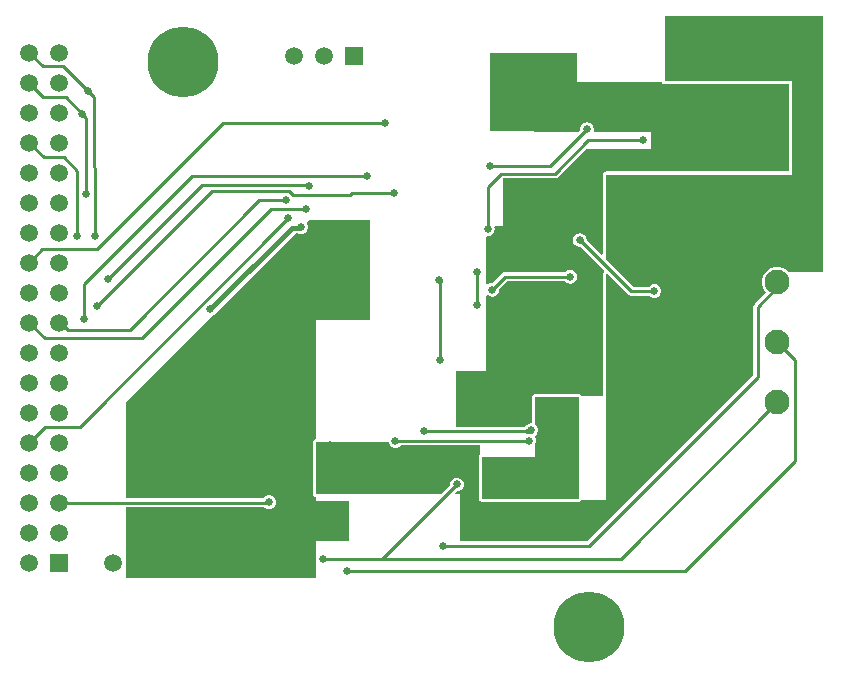
<source format=gbl>
G04*
G04 #@! TF.GenerationSoftware,Altium Limited,Altium Designer,21.6.1 (37)*
G04*
G04 Layer_Physical_Order=2*
G04 Layer_Color=16711680*
%FSLAX25Y25*%
%MOIN*%
G70*
G04*
G04 #@! TF.SameCoordinates,B2079DFB-0366-4D49-8141-05D7A233A1B4*
G04*
G04*
G04 #@! TF.FilePolarity,Positive*
G04*
G01*
G75*
%ADD13C,0.01000*%
%ADD50C,0.01500*%
%ADD51R,0.05906X0.05906*%
%ADD52C,0.05906*%
%ADD53C,0.08268*%
%ADD54R,0.05906X0.05906*%
%ADD55C,0.23622*%
%ADD56C,0.02559*%
G36*
X368611Y295276D02*
X350787D01*
Y255744D01*
X350397Y255666D01*
X350066Y255445D01*
X349845Y255115D01*
X349768Y254724D01*
Y237402D01*
X349845Y237011D01*
X350066Y236681D01*
X350397Y236460D01*
X350787Y236382D01*
Y235114D01*
X361771D01*
Y221756D01*
X350787Y221698D01*
Y209449D01*
X287402D01*
Y232971D01*
X333491D01*
X333748Y232713D01*
X334586Y232366D01*
X335493D01*
X336331Y232713D01*
X336972Y233354D01*
X337319Y234192D01*
Y235099D01*
X336972Y235937D01*
X336331Y236578D01*
X335493Y236925D01*
X334586D01*
X333748Y236578D01*
X333199Y236029D01*
X287402D01*
Y268129D01*
X316384Y296899D01*
X316791Y297067D01*
X317432Y297709D01*
X317595Y298101D01*
X344079Y324391D01*
X344509D01*
X345216Y324098D01*
X346123D01*
X346960Y324446D01*
X347602Y325087D01*
X347949Y325924D01*
Y326831D01*
X347602Y327669D01*
X347602Y327888D01*
X348425Y328705D01*
X368611D01*
Y295276D01*
D02*
G37*
G36*
X437586Y374803D02*
X465932D01*
X465987Y374527D01*
X466208Y374196D01*
X466539Y373975D01*
X466929Y373898D01*
X508251D01*
X508356Y345241D01*
X508003Y344887D01*
X447244D01*
X446854Y344810D01*
X446523Y344589D01*
X446302Y344258D01*
X446224Y343868D01*
Y317222D01*
X445763Y317030D01*
X440880Y321913D01*
X440907Y322047D01*
X440730Y322937D01*
X440226Y323691D01*
X439472Y324195D01*
X438583Y324371D01*
X437693Y324195D01*
X436939Y323691D01*
X436435Y322937D01*
X436259Y322047D01*
X436435Y321158D01*
X436939Y320404D01*
X437693Y319900D01*
X438583Y319723D01*
X438717Y319750D01*
X446554Y311913D01*
X446523Y311291D01*
X446302Y310960D01*
X446224Y310570D01*
Y270079D01*
X439129D01*
X438910Y270406D01*
X438579Y270627D01*
X438189Y270705D01*
X423622D01*
X423232Y270627D01*
X422901Y270406D01*
X422680Y270075D01*
X422603Y269685D01*
Y261118D01*
X422441Y260986D01*
X421552Y260809D01*
X420797Y260305D01*
X420694Y260149D01*
X420481Y260107D01*
X420085Y259842D01*
X397244D01*
Y278346D01*
X407480D01*
Y303523D01*
X407980Y303751D01*
X408559Y303364D01*
X409449Y303188D01*
X410338Y303364D01*
X411092Y303868D01*
X411596Y304622D01*
X411773Y305512D01*
X411746Y305646D01*
X414413Y308313D01*
X433713D01*
X433790Y308199D01*
X434544Y307695D01*
X435433Y307518D01*
X436322Y307695D01*
X437077Y308199D01*
X437580Y308953D01*
X437757Y309842D01*
X437580Y310732D01*
X437077Y311486D01*
X436322Y311990D01*
X435433Y312167D01*
X434544Y311990D01*
X433790Y311486D01*
X433713Y311372D01*
X413779D01*
X413194Y311256D01*
X412698Y310924D01*
X409583Y307809D01*
X409449Y307836D01*
X408559Y307659D01*
X407980Y307272D01*
X407480Y307500D01*
Y322951D01*
X407867Y323268D01*
X407874Y323266D01*
X408764Y323443D01*
X409517Y323947D01*
X410021Y324701D01*
X410198Y325590D01*
X410063Y326272D01*
X410382Y326772D01*
X412992D01*
Y342565D01*
X430315D01*
X430900Y342682D01*
X431396Y343013D01*
X440913Y352530D01*
X462219D01*
X462205Y357874D01*
X443627Y357997D01*
X443225Y358500D01*
X443324Y359000D01*
X443147Y359889D01*
X442643Y360643D01*
X441889Y361147D01*
X441000Y361324D01*
X440111Y361147D01*
X439357Y360643D01*
X438853Y359889D01*
X438676Y359000D01*
X438703Y358865D01*
X437873Y358036D01*
X408582Y358230D01*
Y384208D01*
X437586D01*
Y374803D01*
D02*
G37*
G36*
X519731Y311384D02*
X508376D01*
X507652Y312108D01*
X506482Y312784D01*
X505176Y313134D01*
X503824D01*
X502518Y312784D01*
X501348Y312108D01*
X500392Y311152D01*
X499716Y309982D01*
X499366Y308676D01*
Y307324D01*
X499716Y306018D01*
X500392Y304848D01*
X500634Y304606D01*
X500062Y303963D01*
X496919Y300819D01*
X496587Y300323D01*
X496471Y299738D01*
Y277133D01*
X440945Y221608D01*
X398819D01*
Y237402D01*
X397304D01*
X397113Y237863D01*
X397521Y238272D01*
X398091D01*
X398929Y238619D01*
X399570Y239260D01*
X399917Y240098D01*
Y241005D01*
X399570Y241842D01*
X398929Y242484D01*
X398091Y242831D01*
X397184D01*
X396346Y242484D01*
X395705Y241842D01*
X395358Y241005D01*
Y240435D01*
X392325Y237402D01*
X350787D01*
Y254724D01*
X374886D01*
Y254665D01*
X375233Y253827D01*
X375874Y253186D01*
X376712Y252839D01*
X377619D01*
X378457Y253186D01*
X378889Y253619D01*
X405512D01*
Y250546D01*
X405185Y250327D01*
X404963Y249996D01*
X404886Y249606D01*
Y235827D01*
X404963Y235437D01*
X405185Y235106D01*
X405515Y234885D01*
X405905Y234807D01*
X438189D01*
X438579Y234885D01*
X438910Y235106D01*
X439126Y235429D01*
X447244D01*
Y310570D01*
X447706Y310761D01*
X454549Y303919D01*
X455045Y303587D01*
X455630Y303471D01*
X461806D01*
X462209Y303067D01*
X463047Y302720D01*
X463953D01*
X464791Y303067D01*
X465433Y303709D01*
X465779Y304547D01*
Y305453D01*
X465433Y306291D01*
X464791Y306932D01*
X463953Y307279D01*
X463047D01*
X462209Y306932D01*
X461806Y306529D01*
X456263D01*
X447244Y315549D01*
Y343868D01*
X509381D01*
X509266Y374917D01*
X466929D01*
Y396850D01*
X519731D01*
Y311384D01*
D02*
G37*
G36*
X438189Y235827D02*
X405905D01*
Y249606D01*
X423622D01*
Y253863D01*
X423645Y253886D01*
X423993Y254724D01*
Y255631D01*
X423748Y256221D01*
X423732Y256729D01*
X424373Y257370D01*
X424720Y258208D01*
Y259115D01*
X424373Y259953D01*
X423732Y260594D01*
X423622Y260640D01*
Y269685D01*
X438189D01*
Y235827D01*
D02*
G37*
D13*
X362555Y337795D02*
X376772D01*
X255000Y314500D02*
X259489Y318989D01*
X277685D02*
X319720Y361024D01*
X259489Y318989D02*
X277685D01*
X319720Y361024D02*
X373622D01*
X266523Y349790D02*
X271169Y345144D01*
Y323669D02*
Y345144D01*
X273971Y337559D02*
Y362765D01*
X271000Y323500D02*
X271169Y323669D01*
X273971Y337559D02*
X274029Y337500D01*
X259872Y349790D02*
X266523D01*
X255162Y354500D02*
X259872Y349790D01*
X255000Y354500D02*
X255162D01*
X272835Y363901D02*
X273971Y362765D01*
X259703Y369797D02*
X267211D01*
X272835Y364173D01*
X276926Y323500D02*
X276926Y323425D01*
X276766Y369704D02*
X276926Y323500D01*
X255000Y384500D02*
X259619Y379912D01*
X274803Y371654D02*
X276766Y369704D01*
X266463Y379936D02*
X274803Y371654D01*
X259619Y379912D02*
X266463Y379936D01*
X276926Y323425D02*
X277000Y323500D01*
X312842Y340342D02*
X348240D01*
X281500Y309000D02*
X312842Y340342D01*
X260297Y259797D02*
X271882D01*
X341339Y329254D01*
X331770Y335313D02*
X340551D01*
X335827Y332283D02*
X347244D01*
X343021Y337128D02*
X361888D01*
X348240Y340342D02*
X348425Y340158D01*
X315902Y338342D02*
X341806D01*
X343021Y337128D01*
X288583Y292126D02*
X331770Y335313D01*
X277559Y300000D02*
X315902Y338342D01*
X292825Y289282D02*
X335827Y332283D01*
X361888Y337128D02*
X362555Y337795D01*
X309449Y343307D02*
X367779D01*
X273500Y307358D02*
X309449Y343307D01*
X407874Y325590D02*
Y339764D01*
X265000Y234500D02*
X334894D01*
X335039Y234646D01*
X392913Y220079D02*
X441579D01*
X372835Y215748D02*
X452248D01*
X372835D02*
X397638Y240551D01*
X353150Y215748D02*
X372835D01*
X441579Y220079D02*
X498000Y276500D01*
X361024Y211811D02*
X473811D01*
X510384Y248384D01*
X452248Y215748D02*
X504500Y268000D01*
X413779Y309842D02*
X435433D01*
X409449Y305512D02*
X413779Y309842D01*
X438583Y322047D02*
X455630Y305000D01*
X463500D01*
X404335Y300398D02*
Y311404D01*
X391892Y282292D02*
Y308502D01*
X407874Y339764D02*
X412205Y344094D01*
X441452Y355231D02*
X459780D01*
X412205Y344094D02*
X430315D01*
X441452Y355231D01*
X428850Y346850D02*
X441000Y359000D01*
X408661Y346850D02*
X428850D01*
X377195Y255148D02*
X421683D01*
X386614Y258268D02*
X420973D01*
X498000Y276500D02*
Y299738D01*
X273500Y295791D02*
Y307358D01*
X260219Y289282D02*
X292825D01*
X268039Y292126D02*
X288583D01*
X265000Y294500D02*
X265665D01*
X268039Y292126D01*
X255000Y294500D02*
X260219Y289282D01*
X510384Y248384D02*
Y282116D01*
X498000Y299738D02*
X504500Y306238D01*
Y308000D01*
X255000Y254500D02*
X260297Y259797D01*
X255000Y374500D02*
X259703Y369797D01*
X504500Y288000D02*
X510384Y282116D01*
D50*
X272835Y363901D02*
Y364173D01*
X342675Y326175D02*
X345467D01*
X315500Y299000D02*
X342675Y326175D01*
X345467D02*
X345669Y326378D01*
X404335Y311404D02*
X404339Y311409D01*
X404331Y300394D02*
X404335Y300398D01*
X391892Y282292D02*
X392051Y282132D01*
X391732Y308661D02*
X391892Y308502D01*
X422238Y258459D02*
X422441Y258661D01*
X420973Y258268D02*
X421164Y258459D01*
X421683Y255148D02*
X421713Y255178D01*
X421164Y258459D02*
X422238D01*
X377165Y255118D02*
X377195Y255148D01*
D51*
X293000Y214500D02*
D03*
X363500Y383500D02*
D03*
D52*
X283000Y214500D02*
D03*
X255000D02*
D03*
X265000Y224500D02*
D03*
X255000D02*
D03*
X265000Y234500D02*
D03*
X255000D02*
D03*
X265000Y244500D02*
D03*
X255000D02*
D03*
X265000Y254500D02*
D03*
X255000D02*
D03*
X265000Y264500D02*
D03*
X255000D02*
D03*
X265000Y274500D02*
D03*
X255000D02*
D03*
X265000Y284500D02*
D03*
X255000D02*
D03*
X265000Y294500D02*
D03*
X255000D02*
D03*
X265000Y304500D02*
D03*
X255000D02*
D03*
X265000Y314500D02*
D03*
X255000D02*
D03*
X265000Y324500D02*
D03*
X255000D02*
D03*
X265000Y334500D02*
D03*
X255000D02*
D03*
X265000Y344500D02*
D03*
X255000D02*
D03*
X265000Y354500D02*
D03*
X255000D02*
D03*
X265000Y364500D02*
D03*
X255000D02*
D03*
X265000Y374500D02*
D03*
X255000D02*
D03*
X265000Y384500D02*
D03*
X255000D02*
D03*
X353500Y383500D02*
D03*
X343500D02*
D03*
D53*
X504500Y268000D02*
D03*
Y288000D02*
D03*
Y308000D02*
D03*
X504000Y354000D02*
D03*
Y334000D02*
D03*
D54*
X265000Y214500D02*
D03*
D55*
X306299Y381496D02*
D03*
X441732Y192913D02*
D03*
D56*
X376772Y337795D02*
D03*
X274029Y337500D02*
D03*
X345669Y326378D02*
D03*
X341339Y329254D02*
D03*
X340551Y335313D02*
D03*
X347244Y332283D02*
D03*
X348425Y340158D02*
D03*
X407874Y325590D02*
D03*
X453543Y341732D02*
D03*
Y337008D02*
D03*
X340551Y318504D02*
D03*
X458661Y250000D02*
D03*
Y244882D02*
D03*
X355512Y238976D02*
D03*
Y244094D02*
D03*
Y248819D02*
D03*
Y253543D02*
D03*
X453543Y246063D02*
D03*
Y240945D02*
D03*
Y251575D02*
D03*
X455118Y297244D02*
D03*
X449213Y301969D02*
D03*
Y297244D02*
D03*
Y292126D02*
D03*
X455118D02*
D03*
Y287402D02*
D03*
X449213D02*
D03*
X415354Y301969D02*
D03*
Y306693D02*
D03*
X335039Y234646D02*
D03*
X373622Y361024D02*
D03*
X367779Y343307D02*
D03*
X277559Y300000D02*
D03*
X272835Y364173D02*
D03*
X274803Y371654D02*
D03*
X277000Y323500D02*
D03*
X392913Y220079D02*
D03*
X361024Y211811D02*
D03*
X359055Y224016D02*
D03*
X354331D02*
D03*
X353150Y215748D02*
D03*
X409449Y305512D02*
D03*
X435433Y309842D02*
D03*
X455118Y301969D02*
D03*
X438583Y322047D02*
D03*
X404339Y311409D02*
D03*
X391732Y308661D02*
D03*
X392051Y282132D02*
D03*
X458268Y341732D02*
D03*
Y337008D02*
D03*
Y331890D02*
D03*
X453543D02*
D03*
X413779Y382283D02*
D03*
X418504D02*
D03*
X423228D02*
D03*
X427953D02*
D03*
X414961Y340945D02*
D03*
Y334646D02*
D03*
X408661Y346850D02*
D03*
X419291Y285827D02*
D03*
Y290551D02*
D03*
Y295669D02*
D03*
X414961Y285827D02*
D03*
Y290551D02*
D03*
Y295669D02*
D03*
X404331Y300394D02*
D03*
X417717Y273622D02*
D03*
X411417D02*
D03*
X405118D02*
D03*
X421713Y255178D02*
D03*
X422441Y258661D02*
D03*
X436221Y267717D02*
D03*
X431102D02*
D03*
X425984Y262598D02*
D03*
X431102D02*
D03*
X436221D02*
D03*
X425984Y267717D02*
D03*
X420472Y237402D02*
D03*
X409055D02*
D03*
X414961D02*
D03*
X386614Y258268D02*
D03*
X397638Y240551D02*
D03*
X377165Y255118D02*
D03*
X359055Y233071D02*
D03*
X302362Y237529D02*
D03*
X306299Y231470D02*
D03*
X418898Y337795D02*
D03*
X353937Y315354D02*
D03*
X358661D02*
D03*
X363386D02*
D03*
Y310630D02*
D03*
Y305906D02*
D03*
X358661D02*
D03*
X353937Y310630D02*
D03*
X358555Y310579D02*
D03*
X353921Y305890D02*
D03*
X469291Y383071D02*
D03*
Y387795D02*
D03*
X473622D02*
D03*
Y378346D02*
D03*
X469291D02*
D03*
X473622Y383071D02*
D03*
X354331Y228346D02*
D03*
X273500Y295791D02*
D03*
X315500Y299000D02*
D03*
X281500Y309000D02*
D03*
X271000Y323500D02*
D03*
X354331Y233071D02*
D03*
X463500Y305000D02*
D03*
X441000Y359000D02*
D03*
X309842Y251575D02*
D03*
X306000Y255500D02*
D03*
X302362Y259055D02*
D03*
X305512Y245669D02*
D03*
X298425Y252362D02*
D03*
X349606Y224016D02*
D03*
X459780Y355231D02*
D03*
X302000Y249000D02*
D03*
X349606Y228346D02*
D03*
Y233071D02*
D03*
X359055Y228346D02*
D03*
M02*

</source>
